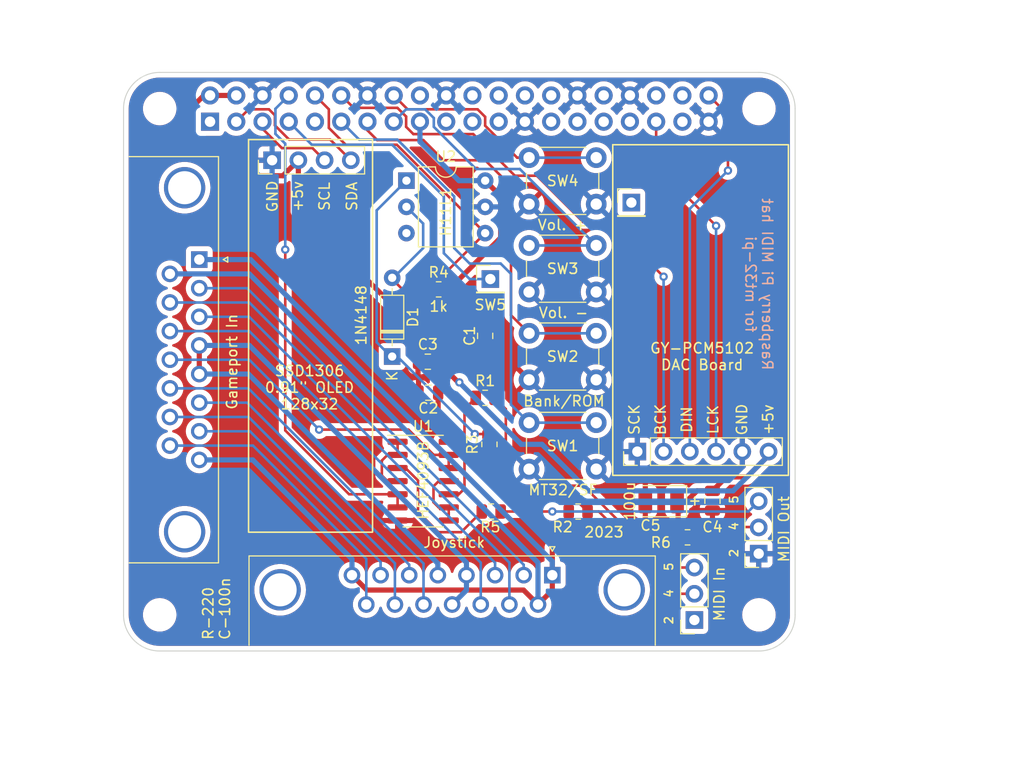
<source format=kicad_pcb>
(kicad_pcb (version 20221018) (generator pcbnew)
  (layers (0 "F.Cu" signal) (31 "B.Cu" signal) (34 "B.Paste" user) (35 "F.Paste" user) (36 "B.SilkS" user "B.Silkscreen") (37 "F.SilkS" user "F.Silkscreen") (38 "B.Mask" user) (39 "F.Mask" user) (44 "Edge.Cuts" user))
  (net 0 "")
  (net 1 "+3.3V")
  (net 2 "GND")
  (net 3 "+5V")
  (net 4 "Net-(D1-K)")
  (net 5 "Net-(D1-A)")
  (net 6 "+5 volts")
  (net 7 "Joystick A, Button 1")
  (net 8 "Joystick A, X Axis")
  (net 9 "Joystick A, Y Axis")
  (net 10 "Joystick A, Button 2")
  (net 11 "Joystick B, Button 1")
  (net 12 "Joystick B, X Axis")
  (net 13 "MIDI TxD (Transmit)")
  (net 14 "Joystick B, Y Axis")
  (net 15 "Joystick B, Button 2")
  (net 16 "I2C_SDA")
  (net 17 "I2C_SCL")
  (net 18 "TX_TTL")
  (net 19 "Button_1")
  (net 20 "I2S_BCLK")
  (net 21 "Button_2")
  (net 22 "Button_3")
  (net 23 "Button_4")
  (net 24 "I2S_LRCLK")
  (net 25 "I2S_DATA")
  (net 27 "Net-(R1-Pad1)")
  (net 29 "Net-(R5-Pad2)")
  (net 30 "Net-(U1-Pad1)")
  (net 31 "Net-(U1-Pad11)")
  (net 32 "MIDI RxD (Receive)")
  (net 49 "Net-(J3-GPIO15{slash}RXD)")
  (net 50 "Button_5")
  (net 51 "Net-(J4-Pin_2)")
  (net 52 "Net-(J5-Pin_2)")
  (net 53 "Net-(J5-Pin_3)")
  (net 57 "Ground")
  (footprint "Capacitor_SMD:C_0805_2012Metric" (layer "F.Cu") (at 170 69.5 -90)
    (fp_text reference "C1" (at 0 1.5 90) (layer "F.SilkS"))
    (fp_text value "100n")
    (pad "1" smd roundrect (at -0.95 0 270) (size 1 1.45) (layers "F.Cu" "F.Paste" "F.Mask") (net 1 "+3.3V"))
    (pad "2" smd roundrect (at 0.95 0 270) (size 1 1.45) (layers "F.Cu" "F.Paste" "F.Mask") (net 2 "GND"))
  )
  (footprint "Connector_Dsub:DSUB-15_Female_Horizontal_P2.77x2.84mm_EdgePinOffset7.70mm_Housed_MountingHolesOffset9.12mm" (layer "F.Cu") (at 176.5 92.66)
    (fp_text reference "J2" hide)
    (fp_text value "DA15_Female")
    (pad "0" thru_hole circle (at -26.345 1.42) (size 4 4) (drill 3.2) (layers "*.Cu" "*.Mask"))
    (pad "0" thru_hole circle (at 6.955 1.42) (size 4 4) (drill 3.2) (layers "*.Cu" "*.Mask"))
    (pad "1" thru_hole rect (at 0 0) (size 1.6 1.6) (drill 1) (layers "*.Cu" "*.Mask") (net 6 "+5 volts"))
    (pad "2" thru_hole circle (at -2.77 0) (size 1.6 1.6) (drill 1) (layers "*.Cu" "*.Mask") (net 7 "Joystick A, Button 1"))
    (pad "3" thru_hole circle (at -5.54 0) (size 1.6 1.6) (drill 1) (layers "*.Cu" "*.Mask") (net 8 "Joystick A, X Axis"))
    (pad "4" thru_hole circle (at -8.31 0) (size 1.6 1.6) (drill 1) (layers "*.Cu" "*.Mask") (net 57 "Ground"))
    (pad "5" thru_hole circle (at -11.08 0) (size 1.6 1.6) (drill 1) (layers "*.Cu" "*.Mask") (net 57 "Ground"))
    (pad "6" thru_hole circle (at -13.85 0) (size 1.6 1.6) (drill 1) (layers "*.Cu" "*.Mask") (net 9 "Joystick A, Y Axis"))
    (pad "7" thru_hole circle (at -16.62 0) (size 1.6 1.6) (drill 1) (layers "*.Cu" "*.Mask") (net 10 "Joystick A, Button 2"))
    (pad "8" thru_hole circle (at -19.39 0) (size 1.6 1.6) (drill 1) (layers "*.Cu" "*.Mask") (net 6 "+5 volts"))
    (pad "9" thru_hole circle (at -1.385 2.84) (size 1.6 1.6) (drill 1) (layers "*.Cu" "*.Mask") (net 6 "+5 volts"))
    (pad "10" thru_hole circle (at -4.155 2.84) (size 1.6 1.6) (drill 1) (layers "*.Cu" "*.Mask") (net 11 "Joystick B, Button 1"))
    (pad "11" thru_hole circle (at -6.925 2.84) (size 1.6 1.6) (drill 1) (layers "*.Cu" "*.Mask") (net 12 "Joystick B, X Axis"))
    (pad "12" thru_hole circle (at -9.695 2.84) (size 1.6 1.6) (drill 1) (layers "*.Cu" "*.Mask") (net 57 "Ground"))
    (pad "13" thru_hole circle (at -12.465 2.84) (size 1.6 1.6) (drill 1) (layers "*.Cu" "*.Mask") (net 14 "Joystick B, Y Axis"))
    (pad "14" thru_hole circle (at -15.235 2.84) (size 1.6 1.6) (drill 1) (layers "*.Cu" "*.Mask") (net 15 "Joystick B, Button 2"))
    (pad "15" thru_hole circle (at -18.005 2.84) (size 1.6 1.6) (drill 1) (layers "*.Cu" "*.Mask") (net 32 "MIDI RxD (Receive)"))
  )
  (footprint "Button_Switch_THT:SW_PUSH_6mm" (layer "F.Cu") (at 174.25 52.25)
    (fp_text reference "SW4" hide)
    (fp_text value "SW_Push" hide)
    (pad "1" thru_hole circle (at 0 0 90) (size 2 2) (drill 1.1) (layers "*.Cu" "*.Mask") (net 23 "Button_4"))
    (pad "1" thru_hole circle (at 6.5 0 90) (size 2 2) (drill 1.1) (layers "*.Cu" "*.Mask") (net 23 "Button_4"))
    (pad "2" thru_hole circle (at 0 4.5 90) (size 2 2) (drill 1.1) (layers "*.Cu" "*.Mask") (net 2 "GND"))
    (pad "2" thru_hole circle (at 6.5 4.5 90) (size 2 2) (drill 1.1) (layers "*.Cu" "*.Mask") (net 2 "GND"))
  )
  (footprint "Package_SO:SOIC-14_3.9x8.7mm_P1.27mm" (layer "F.Cu") (at 164 83.56)
    (fp_text reference "U1" (at 0 -5.31) (layer "F.SilkS"))
    (fp_text value "HEF4093B" (at 0 -0.09 90) (layer "F.SilkS"))
    (pad "1" smd roundrect (at -2.475 -3.81) (size 1.95 0.6) (layers "F.Cu" "F.Paste" "F.Mask") (net 30 "Net-(U1-Pad1)"))
    (pad "2" smd roundrect (at -2.475 -2.54) (size 1.95 0.6) (layers "F.Cu" "F.Paste" "F.Mask") (net 30 "Net-(U1-Pad1)"))
    (pad "3" smd roundrect (at -2.475 -1.27) (size 1.95 0.6) (layers "F.Cu" "F.Paste" "F.Mask") (net 29 "Net-(R5-Pad2)"))
    (pad "4" smd roundrect (at -2.475 0) (size 1.95 0.6) (layers "F.Cu" "F.Paste" "F.Mask") (net 30 "Net-(U1-Pad1)"))
    (pad "5" smd roundrect (at -2.475 1.27) (size 1.95 0.6) (layers "F.Cu" "F.Paste" "F.Mask") (net 18 "TX_TTL"))
    (pad "6" smd roundrect (at -2.475 2.54) (size 1.95 0.6) (layers "F.Cu" "F.Paste" "F.Mask") (net 18 "TX_TTL"))
    (pad "7" smd roundrect (at -2.475 3.81) (size 1.95 0.6) (layers "F.Cu" "F.Paste" "F.Mask") (net 2 "GND"))
    (pad "8" smd roundrect (at 2.475 3.81) (size 1.95 0.6) (layers "F.Cu" "F.Paste" "F.Mask") (net 31 "Net-(U1-Pad11)"))
    (pad "9" smd roundrect (at 2.475 2.54) (size 1.95 0.6) (layers "F.Cu" "F.Paste" "F.Mask") (net 31 "Net-(U1-Pad11)"))
    (pad "10" smd roundrect (at 2.475 1.27) (size 1.95 0.6) (layers "F.Cu" "F.Paste" "F.Mask") (net 27 "Net-(R1-Pad1)"))
    (pad "11" smd roundrect (at 2.475 0) (size 1.95 0.6) (layers "F.Cu" "F.Paste" "F.Mask") (net 31 "Net-(U1-Pad11)"))
    (pad "12" smd roundrect (at 2.475 -1.27) (size 1.95 0.6) (layers "F.Cu" "F.Paste" "F.Mask") (net 13 "MIDI TxD (Transmit)"))
    (pad "13" smd roundrect (at 2.475 -2.54) (size 1.95 0.6) (layers "F.Cu" "F.Paste" "F.Mask") (net 13 "MIDI TxD (Transmit)"))
    (pad "14" smd roundrect (at 2.475 -3.81) (size 1.95 0.6) (layers "F.Cu" "F.Paste" "F.Mask") (net 3 "+5V"))
  )
  (footprint "Button_Switch_THT:SW_PUSH_6mm" (layer "F.Cu") (at 174.25 77.9)
    (fp_text reference "SW1" hide)
    (fp_text value "SW_Push" hide)
    (pad "1" thru_hole circle (at 0 0 90) (size 2 2) (drill 1.1) (layers "*.Cu" "*.Mask") (net 19 "Button_1"))
    (pad "1" thru_hole circle (at 6.5 0 90) (size 2 2) (drill 1.1) (layers "*.Cu" "*.Mask") (net 19 "Button_1"))
    (pad "2" thru_hole circle (at 0 4.5 90) (size 2 2) (drill 1.1) (layers "*.Cu" "*.Mask") (net 2 "GND"))
    (pad "2" thru_hole circle (at 6.5 4.5 90) (size 2 2) (drill 1.1) (layers "*.Cu" "*.Mask") (net 2 "GND"))
  )
  (footprint "RasberryPi:raspberrypi_2_3" (layer "F.Cu") (at 167.5 47.5)
    (fp_text reference "J3")
    (fp_text value "Raspberry_Pi_2_3")
    (pad "" np_thru_hole circle (at -29 0) (size 2.75 2.75) (drill 2.75) (layers "F&B.Cu" "*.Mask" "Dwgs.User"))
    (pad "" np_thru_hole circle (at -29 49) (size 2.75 2.75) (drill 2.75) (layers "F&B.Cu" "*.Mask" "Dwgs.User"))
    (pad "" np_thru_hole circle (at 29 0) (size 2.75 2.75) (drill 2.75) (layers "F&B.Cu" "*.Mask" "Dwgs.User"))
    (pad "" np_thru_hole circle (at 29 49) (size 2.75 2.75) (drill 2.75) (layers "F&B.Cu" "*.Mask" "Dwgs.User"))
    (pad "1" thru_hole rect (at -24.13 1.27) (size 1.75 1.75) (drill 1.016) (layers "*.Cu" "*.Mask"))
    (pad "2" thru_hole circle (at -24.13 -1.27) (size 1.75 1.75) (drill 1.016) (layers "*.Cu" "*.Mask") (net 3 "+5V"))
    (pad "3" thru_hole circle (at -21.59 1.27) (size 1.75 1.75) (drill 1.016) (layers "*.Cu" "*.Mask") (net 16 "I2C_SDA"))
    (pad "4" thru_hole circle (at -21.59 -1.27) (size 1.75 1.75) (drill 1.016) (layers "*.Cu" "*.Mask") (net 3 "+5V"))
    (pad "5" thru_hole circle (at -19.05 1.27) (size 1.75 1.75) (drill 1.016) (layers "*.Cu" "*.Mask") (net 17 "I2C_SCL"))
    (pad "6" thru_hole circle (at -19.05 -1.27) (size 1.75 1.75) (drill 1.016) (layers "*.Cu" "*.Mask") (net 2 "GND"))
    (pad "7" thru_hole circle (at -16.51 1.27) (size 1.75 1.75) (drill 1.016) (layers "*.Cu" "*.Mask") (net 50 "Button_5"))
    (pad "8" thru_hole circle (at -16.51 -1.27) (size 1.75 1.75) (drill 1.016) (layers "*.Cu" "*.Mask") (net 18 "TX_TTL"))
    (pad "9" thru_hole circle (at -13.97 1.27) (size 1.75 1.75) (drill 1.016) (layers "*.Cu" "*.Mask"))
    (pad "10" thru_hole circle (at -13.97 -1.27) (size 1.75 1.75) (drill 1.016) (layers "*.Cu" "*.Mask") (net 49 "Net-(J3-GPIO15{slash}RXD)"))
    (pad "11" thru_hole circle (at -11.43 1.27) (size 1.75 1.75) (drill 1.016) (layers "*.Cu" "*.Mask") (net 19 "Button_1"))
    (pad "12" thru_hole circle (at -11.43 -1.27) (size 1.75 1.75) (drill 1.016) (layers "*.Cu" "*.Mask") (net 20 "I2S_BCLK"))
    (pad "13" thru_hole circle (at -8.89 1.27) (size 1.75 1.75) (drill 1.016) (layers "*.Cu" "*.Mask") (net 21 "Button_2"))
    (pad "14" thru_hole circle (at -8.89 -1.27) (size 1.75 1.75) (drill 1.016) (layers "*.Cu" "*.Mask") (net 2 "GND"))
    (pad "15" thru_hole circle (at -6.35 1.27) (size 1.75 1.75) (drill 1.016) (layers "*.Cu" "*.Mask") (net 22 "Button_3"))
    (pad "16" thru_hole circle (at -6.35 -1.27) (size 1.75 1.75) (drill 1.016) (layers "*.Cu" "*.Mask") (net 23 "Button_4"))
    (pad "17" thru_hole circle (at -3.81 1.27) (size 1.75 1.75) (drill 1.016) (layers "*.Cu" "*.Mask") (net 1 "+3.3V"))
    (pad "18" thru_hole circle (at -3.81 -1.27) (size 1.75 1.75) (drill 1.016) (layers "*.Cu" "*.Mask"))
    (pad "19" thru_hole circle (at -1.27 1.27) (size 1.75 1.75) (drill 1.016) (layers "*.Cu" "*.Mask"))
    (pad "20" thru_hole circle (at -1.27 -1.27) (size 1.75 1.75) (drill 1.016) (layers "*.Cu" "*.Mask") (net 2 "GND"))
    (pad "21" thru_hole circle (at 1.27 1.27) (size 1.75 1.75) (drill 1.016) (layers "*.Cu" "*.Mask"))
    (pad "22" thru_hole circle (at 1.27 -1.27) (size 1.75 1.75) (drill 1.016) (layers "*.Cu" "*.Mask"))
    (pad "23" thru_hole circle (at 3.81 1.27) (size 1.75 1.75) (drill 1.016) (layers "*.Cu" "*.Mask"))
    (pad "24" thru_hole circle (at 3.81 -1.27) (size 1.75 1.75) (drill 1.016) (layers "*.Cu" "*.Mask"))
    (pad "25" thru_hole circle (at 6.35 1.27) (size 1.75 1.75) (drill 1.016) (layers "*.Cu" "*.Mask") (net 2 "GND"))
    (pad "26" thru_hole circle (at 6.35 -1.27) (size 1.75 1.75) (drill 1.016) (layers "*.Cu" "*.Mask"))
    (pad "27" thru_hole circle (at 8.89 1.27) (size 1.75 1.75) (drill 1.016) (layers "*.Cu" "*.Mask"))
    (pad "28" thru_hole circle (at 8.89 -1.27) (size 1.75 1.75) (drill 1.016) (layers "*.Cu" "*.Mask"))
    (pad "29" thru_hole circle (at 11.43 1.27) (size 1.75 1.75) (drill 1.016) (layers "*.Cu" "*.Mask"))
    (pad "30" thru_hole circle (at 11.43 -1.27) (size 1.75 1.75) (drill 1.016) (layers "*.Cu" "*.Mask") (net 2 "GND"))
    (pad "31" thru_hole circle (at 13.97 1.27) (size 1.75 1.75) (drill 1.016) (layers "*.Cu" "*.Mask"))
    (pad "32" thru_hole circle (at 13.97 -1.27) (size 1.75 1.75) (drill 1.016) (layers "*.Cu" "*.Mask"))
    (pad "33" thru_hole circle (at 16.51 1.27) (size 1.75 1.75) (drill 1.016) (layers "*.Cu" "*.Mask"))
    (pad "34" thru_hole circle (at 16.51 -1.27) (size 1.75 1.75) (drill 1.016) (layers "*.Cu" "*.Mask") (net 2 "GND"))
    (pad "35" thru_hole circle (at 19.05 1.27) (size 1.75 1.75) (drill 1.016) (layers "*.Cu" "*.Mask") (net 24 "I2S_LRCLK"))
    (pad "36" thru_hole circle (at 19.05 -1.27) (size 1.75 1.75) (drill 1.016) (layers "*.Cu" "*.Mask"))
    (pad "37" thru_hole circle (at 21.59 1.27) (size 1.75 1.75) (drill 1.016) (layers "*.Cu" "*.Mask"))
    (pad "38" thru_hole circle (at 21.59 -1.27) (size 1.75 1.75) (drill 1.016) (layers "*.Cu" "*.Mask"))
    (pad "39" thru_hole circle (at 24.13 1.27) (size 1.75 1.75) (drill 1.016) (layers "*.Cu" "*.Mask") (net 2 "GND"))
    (pad "40" thru_hole circle (at 24.13 -1.27) (size 1.75 1.75) (drill 1.016) (layers "*.Cu" "*.Mask") (net 25 "I2S_DATA"))
  )
  (footprint "Resistor_SMD:R_0805_2012Metric" (layer "F.Cu") (at 170.5875 86.5 180)
    (fp_text reference "R5" (at 0.0875 -1.5) (layer "F.SilkS"))
    (fp_text value "220")
    (pad "1" smd roundrect (at -0.9125 0 180) (size 1.025 1.4) (layers "F.Cu" "F.Paste" "F.Mask") (roundrect_rratio 0.243902439) (net 53 "Net-(J5-Pin_3)"))
    (pad "2" smd roundrect (at 0.9125 0 180) (size 1.025 1.4) (layers "F.Cu" "F.Paste" "F.Mask") (roundrect_rratio 0.243902439) (net 29 "Net-(R5-Pad2)"))
  )
  (footprint "Resistor_SMD:R_0805_2012Metric" (layer "F.Cu") (at 189.5875 89 180)
    (fp_text reference "R6" (at 2.5875 -0.5 180) (layer "F.SilkS"))
    (fp_text value "220")
    (pad "1" smd roundrect (at -0.9125 0 180) (size 1.025 1.4) (layers "F.Cu" "F.Paste" "F.Mask") (roundrect_rratio 0.243902439) (net 52 "Net-(J5-Pin_2)"))
    (pad "2" smd roundrect (at 0.9125 0 180) (size 1.025 1.4) (layers "F.Cu" "F.Paste" "F.Mask") (roundrect_rratio 0.243902439) (net 3 "+5V"))
  )
  (footprint "Connector_PinSocket_2.54mm:PinSocket_1x03_P2.54mm_Vertical" (layer "F.Cu") (at 190.25 97 180)
    (fp_text reference "J4" hide)
    (fp_text value "In Pi/Out PC" hide)
    (pad "1" thru_hole rect (at 0 0 180) (size 1.7 1.7) (drill 1) (layers "*.Cu" "*.Mask"))
    (pad "2" thru_hole oval (at 0 2.54 180) (size 1.7 1.7) (drill 1) (layers "*.Cu" "*.Mask") (net 51 "Net-(J4-Pin_2)"))
    (pad "3" thru_hole oval (at 0 5.08 180) (size 1.7 1.7) (drill 1) (layers "*.Cu" "*.Mask") (net 5 "Net-(D1-A)"))
  )
  (footprint "Button_Switch_THT:SW_PUSH_6mm" (layer "F.Cu") (at 174.25 60.75)
    (fp_text reference "SW3" hide)
    (fp_text value "SW_Push" hide)
    (pad "1" thru_hole circle (at 0 0 90) (size 2 2) (drill 1.1) (layers "*.Cu" "*.Mask") (net 22 "Button_3"))
    (pad "1" thru_hole circle (at 6.5 0 90) (size 2 2) (drill 1.1) (layers "*.Cu" "*.Mask") (net 22 "Button_3"))
    (pad "2" thru_hole circle (at 0 4.5 90) (size 2 2) (drill 1.1) (layers "*.Cu" "*.Mask") (net 2 "GND"))
    (pad "2" thru_hole circle (at 6.5 4.5 90) (size 2 2) (drill 1.1) (layers "*.Cu" "*.Mask") (net 2 "GND"))
  )
  (footprint "Connector_PinHeader_2.54mm:PinHeader_1x04_P2.54mm_Vertical" (layer "F.Cu") (at 149.38 52.5 90)
    (fp_text reference "J6" hide)
    (fp_text value "SSD1306 Header" hide)
    (pad "1" thru_hole rect (at 0 0 90) (size 1.7 1.7) (drill 1) (layers "*.Cu" "*.Mask") (net 2 "GND"))
    (pad "2" thru_hole oval (at 0 2.54 90) (size 1.7 1.7) (drill 1) (layers "*.Cu" "*.Mask") (net 3 "+5V"))
    (pad "3" thru_hole oval (at 0 5.08 90) (size 1.7 1.7) (drill 1) (layers "*.Cu" "*.Mask") (net 17 "I2C_SCL"))
    (pad "4" thru_hole oval (at 0 7.62 90) (size 1.7 1.7) (drill 1) (layers "*.Cu" "*.Mask") (net 16 "I2C_SDA"))
  )
  (footprint "Capacitor_SMD:C_0805_2012Metric" (layer "F.Cu") (at 192 85.45 90)
    (fp_text reference "C4" (at -2.55 0 180) (layer "F.SilkS"))
    (fp_text value "100n")
    (pad "1" smd roundrect (at -0.95 0 90) (size 1 1.45) (layers "F.Cu" "F.Paste" "F.Mask") (net 2 "GND"))
    (pad "2" smd roundrect (at 0.95 0 90) (size 1 1.45) (layers "F.Cu" "F.Paste" "F.Mask") (net 3 "+5V"))
  )
  (footprint "Connector_PinHeader_2.54mm:PinHeader_1x06_P2.54mm_Vertical" (layer "F.Cu") (at 184.73 80.7 90)
    (fp_text reference "J7" hide)
    (fp_text value "GY-PCM5102")
    (pad "1" thru_hole rect (at 0 0 90) (size 1.7 1.7) (drill 1) (layers "*.Cu" "*.Mask") (net 2 "GND"))
    (pad "2" thru_hole oval (at 0 2.54 90) (size 1.7 1.7) (drill 1) (layers "*.Cu" "*.Mask") (net 20 "I2S_BCLK"))
    (pad "3" thru_hole oval (at 0 5.08 90) (size 1.7 1.7) (drill 1) (layers "*.Cu" "*.Mask") (net 25 "I2S_DATA"))
    (pad "4" thru_hole oval (at 0 7.62 90) (size 1.7 1.7) (drill 1) (layers "*.Cu" "*.Mask") (net 24 "I2S_LRCLK"))
    (pad "5" thru_hole oval (at 0 10.16 90) (size 1.7 1.7) (drill 1) (layers "*.Cu" "*.Mask") (net 2 "GND"))
    (pad "6" thru_hole oval (at 0 12.7 90) (size 1.7 1.7) (drill 1) (layers "*.Cu" "*.Mask") (net 3 "+5V"))
  )
  (footprint "Package_DIP:DIP-6_W7.62mm" (layer "F.Cu") (at 162.38 54.475)
    (fp_text reference "U2" (at 3.81 -2.33) (layer "F.SilkS"))
    (fp_text value "H11L1" (at 3.81 3.025 90) (layer "F.SilkS"))
    (pad "1" thru_hole rect (at 0 0) (size 1.6 1.6) (drill 0.8) (layers "*.Cu" "*.Mask") (net 4 "Net-(D1-K)"))
    (pad "2" thru_hole oval (at 0 2.54) (size 1.6 1.6) (drill 0.8) (layers "*.Cu" "*.Mask") (net 5 "Net-(D1-A)"))
    (pad "3" thru_hole oval (at 0 5.08) (size 1.6 1.6) (drill 0.8) (layers "*.Cu" "*.Mask"))
    (pad "4" thru_hole oval (at 7.62 5.08) (size 1.6 1.6) (drill 0.8) (layers "*.Cu" "*.Mask") (net 49 "Net-(J3-GPIO15{slash}RXD)"))
    (pad "5" thru_hole oval (at 7.62 2.54) (size 1.6 1.6) (drill 0.8) (layers "*.Cu" "*.Mask") (net 2 "GND"))
    (pad "6" thru_hole oval (at 7.62 0) (size 1.6 1.6) (drill 0.8) (layers "*.Cu" "*.Mask") (net 1 "+3.3V"))
  )
  (footprint "Connector_PinHeader_2.54mm:PinHeader_1x01_P2.54mm_Vertical" (layer "F.Cu") (at 184.15 56.6)
    (fp_text reference "J8")
    (fp_text value "POST")
    (pad "1" thru_hole rect (at 0 0) (size 1.7 1.7) (drill 1) (layers "*.Cu" "*.Mask"))
  )
  (footprint "Button_Switch_THT:SW_PUSH_6mm" (layer "F.Cu") (at 174.25 69.25)
    (fp_text reference "SW2" hide)
    (fp_text value "SW_Push" hide)
    (pad "1" thru_hole circle (at 0 0 90) (size 2 2) (drill 1.1) (layers "*.Cu" "*.Mask") (net 21 "Button_2"))
    (pad "1" thru_hole circle (at 6.5 0 90) (size 2 2) (drill 1.1) (layers "*.Cu" "*.Mask") (net 21 "Button_2"))
    (pad "2" thru_hole circle (at 0 4.5 90) (size 2 2) (drill 1.1) (layers "*.Cu" "*.Mask") (net 2 "GND"))
    (pad "2" thru_hole circle (at 6.5 4.5 90) (size 2 2) (drill 1.1) (layers "*.Cu" "*.Mask") (net 2 "GND"))
  )
  (footprint "Connector_PinSocket_2.54mm:PinSocket_1x03_P2.54mm_Vertical" (layer "F.Cu") (at 196.475 90.58 180)
    (fp_text reference "J5" hide)
    (fp_text value "Midi Out Pi" hide)
    (pad "1" thru_hole rect (at 0 0 180) (size 1.7 1.7) (drill 1) (layers "*.Cu" "*.Mask") (net 2 "GND"))
    (pad "2" thru_hole oval (at 0 2.54 180) (size 1.7 1.7) (drill 1) (layers "*.Cu" "*.Mask") (net 52 "Net-(J5-Pin_2)"))
    (pad "3" thru_hole oval (at 0 5.08 180) (size 1.7 1.7) (drill 1) (layers "*.Cu" "*.Mask") (net 53 "Net-(J5-Pin_3)"))
  )
  (footprint "Connector_PinHeader_2.54mm:PinHeader_1x01_P2.54mm_Vertical" (layer "F.Cu") (at 170.5 64)
    (fp_text reference "J9" hide)
    (fp_text value "Button 5")
    (pad "1" thru_hole rect (at 0 0) (size 1.7 1.7) (drill 1) (layers "*.Cu" "*.Mask") (net 50 "Button_5"))
  )
  (footprint "Resistor_SMD:R_0805_2012Metric" (layer "F.Cu") (at 179 86.5)
    (fp_text reference "R2" (at -1.5 1.5) (layer "F.SilkS"))
    (fp_text value "220")
    (pad "1" smd roundrect (at -0.9125 0) (size 1.025 1.4) (layers "F.Cu" "F.Paste" "F.Mask") (roundrect_rratio 0.243902439) (net 6 "+5 volts"))
    (pad "2" smd roundrect (at 0.9125 0) (size 1.025 1.4) (layers "F.Cu" "F.Paste" "F.Mask") (roundrect_rratio 0.243902439) (net 51 "Net-(J4-Pin_2)"))
  )
  (footprint "Resistor_SMD:R_0805_2012Metric" (layer "F.Cu") (at 165.5 65)
    (fp_text reference "R4" (at 0 -1.65) (layer "F.SilkS"))
    (fp_text value "1k" (at 0 1.65) (layer "F.SilkS"))
    (pad "1" smd roundrect (at -0.9125 0) (size 1.025 1.4) (layers "F.Cu" "F.Paste" "F.Mask") (roundrect_rratio 0.243902439) (net 49 "Net-(J3-GPIO15{slash}RXD)"))
    (pad "2" smd roundrect (at 0.9125 0) (size 1.025 1.4) (layers "F.Cu" "F.Paste" "F.Mask") (roundrect_rratio 0.243902439) (net 1 "+3.3V"))
  )
  (footprint "Capacitor_SMD:C_0805_2012Metric" (layer "F.Cu") (at 164.5 75 180)
    (fp_text reference "C2" (at 0 -1.5) (layer "F.SilkS"))
    (fp_text value "100n")
    (pad "1" smd roundrect (at -0.95 0 180) (size 1 1.45) (layers "F.Cu" "F.Paste" "F.Mask") (net 3 "+5V"))
    (pad "2" smd roundrect (at 0.95 0 180) (size 1 1.45) (layers "F.Cu" "F.Paste" "F.Mask") (net 2 "GND"))
  )
  (footprint "Capacitor_Tantalum_SMD:CP_EIA-3528-21_Kemet-B" (layer "F.Cu") (at 187.0375 85.5 180)
    (fp_text reference "C5" (at 1.0375 -2.35) (layer "F.SilkS"))
    (fp_text value "100u" (at 3.0375 0 90) (layer "F.SilkS"))
    (pad "1" smd roundrect (at -1.5375 0 180) (size 1.325 2.35) (layers "F.Cu" "F.Paste" "F.Mask") (roundrect_rratio 0.1886792453) (net 3 "+5V"))
    (pad "2" smd roundrect (at 1.5375 0 180) (size 1.325 2.35) (layers "F.Cu" "F.Paste" "F.Mask") (roundrect_rratio 0.1886792453) (net 2 "GND"))
  )
  (footprint "Capacitor_SMD:C_0805_2012Metric" (layer "F.Cu") (at 164.45 72)
    (fp_text reference "C3" (at 0 -1.68) (layer "F.SilkS"))
    (fp_text value "100n")
    (pad "1" smd roundrect (at -0.95 0) (size 1 1.45) (layers "F.Cu" "F.Paste" "F.Mask") (net 2 "GND"))
    (pad "2" smd roundrect (at 0.95 0) (size 1 1.45) (layers "F.Cu" "F.Paste" "F.Mask") (net 3 "+5V"))
  )
  (footprint "Connector_Dsub:DSUB-15_Male_Horizontal_P2.77x2.84mm_EdgePinOffset7.70mm_Housed_MountingHolesOffset9.12mm" (layer "F.Cu") (at 142.330331 62.115 -90)
    (fp_text reference "J1" hide)
    (fp_text value "DA15_Male")
    (pad "0" thru_hole circle (at -6.955 1.42 270) (size 4 4) (drill 3.2) (layers "*.Cu" "*.Mask"))
    (pad "0" thru_hole circle (at 26.345 1.42 270) (size 4 4) (drill 3.2) (layers "*.Cu" "*.Mask"))
    (pad "1" thru_hole rect (at 0 0 270) (size 1.6 1.6) (drill 1) (layers "*.Cu" "*.Mask") (net 6 "+5 volts"))
    (pad "2" thru_hole circle (at 2.77 0 270) (size 1.6 1.6) (drill 1) (layers "*.Cu" "*.Mask") (net 7 "Joystick A, Button 1"))
    (pad "3" thru_hole circle (at 5.54 0 270) (size 1.6 1.6) (drill 1) (layers "*.Cu" "*.Mask") (net 8 "Joystick A, X Axis"))
    (pad "4" thru_hole circle (at 8.31 0 270) (size 1.6 1.6) (drill 1) (layers "*.Cu" "*.Mask") (net 57 "Ground"))
    (pad "5" thru_hole circle (at 11.08 0 270) (size 1.6 1.6) (drill 1) (layers "*.Cu" "*.Mask") (net 57 "Ground"))
    (pad "6" thru_hole circle (at 13.85 0 270) (size 1.6 1.6) (drill 1) (layers "*.Cu" "*.Mask") (net 9 "Joystick A, Y Axis"))
    (pad "7" thru_hole circle (at 16.62 0 270) (size 1.6 1.6) (drill 1) (layers "*.Cu" "*.Mask") (net 10 "Joystick A, Button 2"))
    (pad "8" thru_hole circle (at 19.39 0 270) (size 1.6 1.6) (drill 1) (layers "*.Cu" "*.Mask") (net 6 "+5 volts"))
    (pad "9" thru_hole circle (at 1.385 2.84 270) (size 1.6 1.6) (drill 1) (layers "*.Cu" "*.Mask") (net 6 "+5 volts"))
    (pad "10" thru_hole circle (at 4.155 2.84 270) (size 1.6 1.6) (drill 1) (layers "*.Cu" "*.Mask") (net 11 "Joystick B, Button 1"))
    (pad "11" thru_hole circle (at 6.925 2.84 270) (size 1.6 1.6) (drill 1) (layers "*.Cu" "*.Mask") (net 12 "Joystick B, X Axis"))
    (pad "12" thru_hole circle (at 9.695 2.84 270) (size 1.6 1.6) (drill 1) (layers "*.Cu" "*.Mask") (net 13 "MIDI TxD (Transmit)"))
    (pad "13" thru_hole circle (at 12.465 2.84 270) (size 1.6 1.6) (drill 1) (layers "*.Cu" "*.Mask") (net 14 "Joystick B, Y Axis"))
    (pad "14" thru_hole circle (at 15.235 2.84 270) (size 1.6 1.6) (drill 1) (layers "*.Cu" "*.Mask") (net 15 "Joystick B, Button 2"))
    (pad "15" thru_hole circle (at 18.005 2.84 270) (size 1.6 1.6) (drill 1) (layers "*.Cu" "*.Mask") (net 32 "MIDI RxD (Receive)"))
  )
  (footprint "Resistor_SMD:R_0805_2012Metric" (layer "F.Cu") (at 170 75.5)
    (fp_text reference "R1" (at 0 -1.65) (layer "F.SilkS"))
    (fp_text value "220")
    (pad "1" smd roundrect (at -0.9125 0) (size 1.025 1.4) (layers "F.Cu" "F.Paste" "F.Mask") (roundrect_rratio 0.243902439) (net 27 "Net-(R1-Pad1)"))
    (pad "2" smd roundrect (at 0.9125 0) (size 1.025 1.4) (layers "F.Cu" "F.Paste" "F.Mask") (roundrect_rratio 0.243902439) (net 5 "Net-(D1-A)"))
  )
  (footprint "Resistor_SMD:R_0805_2012Metric" (layer "F.Cu") (at 170.4125 80 90)
    (fp_text reference "R3" (at 0 -1.65 90) (layer "F.SilkS"))
    (fp_text value "220")
    (pad "1" smd roundrect (at -0.9125 0 90) (size 1.025 1.4) (layers "F.Cu" "F.Paste" "F.Mask") (roundrect_rratio 0.243902439) (net 51 "Net-(J4-Pin_2)"))
    (pad "2" smd roundrect (at 0.9125 0 90) (size 1.025 1.4) (layers "F.Cu" "F.Paste" "F.Mask") (roundrect_rratio 0.243902439) (net 4 "Net-(D1-K)"))
  )
  (footprint "Diode_THT:D_DO-35_SOD27_P7.62mm_Horizontal" (layer "F.Cu") (at 161 71.5 90)
    (fp_text reference "D1" (at 3.81 2 90) (layer "F.SilkS"))
    (fp_text value "1N4148" (at 4 -3 90) (layer "F.SilkS"))
    (fp_text user "K" (at -1.88 0 90) (layer "F.SilkS"))
    (pad "1" thru_hole rect (at 0 0 90) (size 1.6 1.6) (drill 0.8) (layers "*.Cu" "*.Mask") (net 4 "Net-(D1-K)"))
    (pad "2" thru_hole oval (at 7.62 0 90) (size 1.6 1.6) (drill 0.8) (layers "*.Cu" "*.Mask") (net 5 "Net-(D1-A)"))
  )
  (gr_rect (start 182.35 51) (end 199.35 83) (stroke (width 0.15)) (fill none) (layer "F.SilkS"))
  (gr_rect (start 147.1 50.5) (end 159.1 88.5) (stroke (width 0.15)) (fill none) (layer "F.SilkS"))
  (gr_arc (start 200 96.5) (mid 198.974874 98.974874) (end 196.5 100) (stroke (width 0.1)) (layer "Edge.Cuts"))
  (gr_arc (start 138.5 100) (mid 136.025126 98.974874) (end 135 96.5) (stroke (width 0.1)) (layer "Edge.Cuts"))
  (gr_arc (start 196.5 44) (mid 198.974874 45.025126) (end 200 47.5) (stroke (width 0.1)) (layer "Edge.Cuts"))
  (gr_line (start 200 47.5) (end 200 96.5) (stroke (width 0.1)) (layer "Edge.Cuts"))
  (gr_line (start 138.5 44) (end 196.5 44) (stroke (width 0.1)) (layer "Edge.Cuts"))
  (gr_line (start 135 96.5) (end 135 47.5) (stroke (width 0.1)) (layer "Edge.Cuts"))
  (gr_arc (start 135 47.5) (mid 136.025126 45.025126) (end 138.5 44) (stroke (width 0.1)) (layer "Edge.Cuts"))
  (gr_line (start 196.5 100) (end 138.5 100) (stroke (width 0.1)) (layer "Edge.Cuts"))
  (gr_text "Raspberry Pi MIDI hat\nfor mt32-pi" (at 196.5 64.5 270) (layer "B.SilkS") (effects (font (size 1 1)) (justify mirror)))
  (gr_text "MIDI Out" (at 199.5 91.5 90) (layer "F.SilkS") (effects (font (size 1 1)) (justify left bottom)))
  (gr_text "2   4   5" (at 188.25 97.5 90) (layer "F.SilkS") (effects (font (size 0.8 0.8)) (justify left bottom)))
  (gr_text "Vol. +" (at 175 59.35) (layer "F.SilkS") (effects (font (size 1 1)) (justify left bottom)))
  (gr_text "R-220\nC-100n" (at 144 99 90) (layer "F.SilkS") (effects (font (size 1 1)) (justify left)))
  (gr_text "GND" (at 194.85 77.6 90) (layer "F.SilkS") (effects (font (size 1 1))))
  (gr_text "BCK" (at 186.976 77.6 90) (layer "F.SilkS") (effects (font (size 1 1))))
  (gr_text "GY-PCM5102\nDAC Board" (at 191 71.5) (layer "F.SilkS") (effects (font (size 1 1))))
  (gr_text "MT32/SF" (at 174.1 85) (layer "F.SilkS") (effects (font (size 1 1)) (justify left bottom)))
  (gr_text "SW5" (at 170.5 66.5) (layer "F.SilkS") (effects (font (size 1 1))))
  (gr_text "SSD1306\n0.91{dblquote} OLED\n128x32" (at 153 74.5) (layer "F.SilkS") (effects (font (size 1 1))))
  (gr_text "GND" (at 149.4 56 90) (layer "F.SilkS") (effects (font (size 1 1))))
  (gr_text "LCK" (at 192.056 77.6 90) (layer "F.SilkS") (effects (font (size 1 1))))
  (gr_text "SW1" (at 177.5 80.15) (layer "F.SilkS") (effects (font (size 1 1))))
  (gr_text "SCL" (at 154.45 56 90) (layer "F.SilkS") (effects (font (size 1 1))))
  (gr_text "2023" (at 181.5 88.5) (layer "F.SilkS") (effects (font (size 1 1))))
  (gr_text "DIN" (at 189.516 77.6 90) (layer "F.SilkS") (effects (font (size 1 1))))
  (gr_text "+5v" (at 151.85 56 90) (layer "F.SilkS") (effects (font (size 1 1))))
  (gr_text "MIDI In" (at 193.25 97.2 90) (layer "F.SilkS") (effects (font (size 1 1)) (justify left bottom)))
  (gr_text "SCK" (at 184.436 77.6 90) (layer "F.SilkS") (effects (font (size 1 1))))
  (gr_text "Vol. -" (at 175.1 67.85) (layer "F.SilkS") (effects (font (size 1 1)) (justify left bottom)))
  (gr_text "+5v" (at 197.39 77.6 90) (layer "F.SilkS") (effects (font (size 1 1))))
  (gr_text "SW3" (at 177.5 63) (layer "F.SilkS") (effects (font (size 1 1))))
  (gr_text "2   4   5" (at 194.55 91 90) (layer "F.SilkS") (effects (font (size 0.8 0.8)) (justify left bottom)))
  (gr_text "SDA" (at 157.1 56 90) (layer "F.SilkS") (effects (font (size 1 1))))
  (gr_text "+" (at 189.575 86) (layer "F.SilkS") (effects (font (size 1 1)) (justify left bottom)))
  (gr_text "Joystick" (at 167 89.5) (layer "F.SilkS") (effects (font (size 1 1))))
  (gr_text "SW4" (at 177.5 54.5) (layer "F.SilkS") (effects (font (size 1 1))))
  (gr_text "Bank/ROM" (at 173.6 76.4) (layer "F.SilkS") (effects (font (size 1 1)) (justify left bottom)))
  (gr_text "Gameport In" (at 145.5 72 90) (layer "F.SilkS") (effects (font (size 1 1))))
  (gr_text "SW2" (at 177.5 71.5) (layer "F.SilkS") (effects (font (size 1 1))))
  (segment (start 169.55 68.55) (end 170 68.55) (width 0.5) (layer "F.Cu") (net 1))
  (segment (start 171.5 60) (end 171.5 55.975) (width 0.5) (layer "F.Cu") (net 1))
  (segment (start 171.5 55.975) (end 170 54.475) (width 0.5) (layer "F.Cu") (net 1))
  (segment (start 166.4125 65.4125) (end 169.55 68.55) (width 0.5) (layer "F.Cu") (net 1))
  (segment (start 166.5 65) (end 171.5 60) (width 0.5) (layer "F.Cu") (net 1))
  (segment (start 166.4125 65) (end 166.5 65) (width 0.5) (layer "F.Cu") (net 1))
  (segment (start 166.4125 65) (end 166.4125 65.4125) (width 0.5) (layer "F.Cu") (net 1))
  (segment (start 163.69 48.77) (end 163.69 50.705) (width 0.5) (layer "B.Cu") (net 1))
  (segment (start 167.46 54.475) (end 170 54.475) (width 0.5) (layer "B.Cu") (net 1))
  (segment (start 163.69 50.705) (end 167.46 54.475) (width 0.5) (layer "B.Cu") (net 1))
  (segment (start 165.4 72) (end 165.4 74.95) (width 0.5) (layer "F.Cu") (net 3))
  (segment (start 151.92 57.42) (end 151.92 52.5) (width 0.5) (layer "F.Cu") (net 3))
  (segment (start 165.4 74.95) (end 165.45 75) (width 0.5) (layer "F.Cu") (net 3))
  (segment (start 141.5 47.5) (end 142.77 46.23) (width 0.5) (layer "F.Cu") (net 3))
  (segment (start 167.4 74) (end 167.5 74) (width 0.5) (layer "F.Cu") (net 3))
  (segment (start 145.5 54) (end 141.5 50) (width 0.5) (layer "F.Cu") (net 3))
  (segment (start 150.42 54) (end 145.5 54) (width 0.5) (layer "F.Cu") (net 3))
  (segment (start 195.35 83.15) (end 197.43 81.07) (width 0.5) (layer "F.Cu") (net 3))
  (segment (start 165.4 70.9) (end 151.92 57.42) (width 0.5) (layer "F.Cu") (net 3))
  (segment (start 188.675 89) (end 188.675 85.6) (width 0.5) (layer "F.Cu") (net 3))
  (segment (start 189.5 85.5) (end 190.5 84.5) (width 0.5) (layer "F.Cu") (net 3))
  (segment (start 165.4 72) (end 165.4 70.9) (width 0.5) (layer "F.Cu") (net 3))
  (segment (start 142.77 46.23) (end 143.37 46.23) (width 0.5) (layer "F.Cu") (net 3))
  (segment (start 151.92 52.5) (end 150.42 54) (width 0.5) (layer "F.Cu") (net 3))
  (segment (start 188.675 85.6) (end 188.575 85.5) (width 0.5) (layer "F.Cu") (net 3))
  (segment (start 152 52.58) (end 151.92 52.5) (width 0.5) (layer "F.Cu") (net 3))
  (segment (start 141.5 50) (end 141.5 47.5) (width 0.5) (layer "F.Cu") (net 3))
  (segment (start 143.37 46.23) (end 145.91 46.23) (width 0.5) (layer "F.Cu") (net 3))
  (segment (start 165.45 75) (end 165.45 77.0875) (width 0.5) (layer "F.Cu") (net 3))
  (segment (start 193.35 83.15) (end 195.35 83.15) (width 0.5) (layer "F.Cu") (net 3))
  (segment (start 166.475 78.1125) (end 166.475 79.75) (width 0.5) (layer "F.Cu") (net 3))
  (segment (start 192 84.5) (end 193.35 83.15) (width 0.5) (layer "F.Cu") (net 3))
  (segment (start 165.45 77.0875) (end 166.475 78.1125) (width 0.5) (layer "F.Cu") (net 3))
  (segment (start 190.5 84.5) (end 192 84.5) (width 0.5) (layer "F.Cu") (net 3))
  (segment (start 188.575 85.5) (end 189.5 85.5) (width 0.5) (layer "F.Cu") (net 3))
  (segment (start 197.43 81.07) (end 197.43 80.7) (width 0.5) (layer "F.Cu") (net 3))
  (segment (start 165.4 72) (end 167.4 74) (width 0.5) (layer "F.Cu") (net 3))
  (via (at 167.5 74) (size 0.8) (drill 0.4) (layers "F.Cu" "B.Cu") (net 3))
  (segment (start 173.5 80) (end 175.5 80) (width 0.5) (layer "B.Cu") (net 3))
  (segment (start 180 84.5) (end 194 84.5) (width 0.5) (layer "B.Cu") (net 3))
  (segment (start 197.58 80.92) (end 197.58 80.7) (width 0.5) (layer "B.Cu") (net 3))
  (segment (start 167.5 74) (end 173.5 80) (width 0.5) (layer "B.Cu") (net 3))
  (segment (start 175.5 80) (end 180 84.5) (width 0.5) (layer "B.Cu") (net 3))
  (segment (start 194 84.5) (end 197.58 80.92) (width 0.5) (layer "B.Cu") (net 3))
  (segment (start 169 79) (end 170.325 79) (width 0.25) (layer "F.Cu") (net 4))
  (segment (start 170.325 79) (end 170.4125 79.0875) (width 0.25) (layer "F.Cu") (net 4))
  (via (at 169 79) (size 0.8) (drill 0.4) (layers "F.Cu" "B.Cu") (net 4))
  (segment (start 161.62 71.62) (end 161 71.62) (width 0.25) (layer "B.Cu") (net 4))
  (segment (start 159.5 70.12) (end 159.5 57.355) (width 0.25) (layer "B.Cu") (net 4))
  (segment (start 169 79) (end 161.62 71.62) (width 0.25) (layer "B.Cu") (net 4))
  (segment (start 161 71.62) (end 159.5 70.12) (width 0.25) (layer "B.Cu") (net 4))
  (segment (start 159.5 57.355) (end 162.38 54.475) (width 0.25) (layer "B.Cu") (net 4))
  (segment (start 187.42 91.92) (end 179.5 84) (width 0.25) (layer "F.Cu") (net 5))
  (segment (start 179.5 84) (end 173.488083 84) (width 0.25) (layer "F.Cu") (net 5))
  (segment (start 170.9125 75.5) (end 170.9125 73.9125) (width 0.25) (layer "F.Cu") (net 5))
  (segment (start 190.25 91.92) (end 187.42 91.92) (width 0.25) (layer "F.Cu") (net 5))
  (segment (start 170.9125 73.9125) (end 161 64) (width 0.25) (layer "F.Cu") (net 5))
  (segment (start 172 76.5875) (end 170.9125 75.5) (width 0.25) (layer "F.Cu") (net 5))
  (segment (start 172 82.511917) (end 172 76.5875) (width 0.25) (layer "F.Cu") (net 5))
  (segment (start 173.488083 84) (end 172 82.511917) (width 0.25) (layer "F.Cu") (net 5))
  (segment (start 162.38 57.015) (end 164 58.635) (width 0.25) (layer "B.Cu") (net 5))
  (segment (start 161 64) (end 164 61) (width 0.25) (layer "B.Cu") (net 5))
  (segment (start 164 58.635) (end 164 61) (width 0.25) (layer "B.Cu") (net 5))
  (segment (start 176.5 90) (end 178.0875 88.4125) (width 0.5) (layer "F.Cu") (net 6))
  (segment (start 175.115 95.5) (end 173.715 94.1) (width 0.5) (layer "F.Cu") (net 6))
  (segment (start 178.0875 88.4125) (end 178.0875 86.5) (width 0.5) (layer "F.Cu") (net 6))
  (segment (start 176.5 92.66) (end 176.5 90) (width 0.5) (layer "F.Cu") (net 6))
  (segment (start 173.715 94.1) (end 158.55 94.1) (width 0.5) (layer "F.Cu") (net 6))
  (segment (start 176.5 94.115) (end 175.115 95.5) (width 0.5) (layer "F.Cu") (net 6))
  (segment (start 176.5 92.66) (end 176.5 94.115) (width 0.5) (layer "F.Cu") (net 6))
  (segment (start 158.55 94.1) (end 157.11 92.66) (width 0.5) (layer "F.Cu") (net 6))
  (segment (start 176.5 91.3275) (end 176.5 92.66) (width 0.5) (layer "B.Cu") (net 6))
  (segment (start 147.165991 63.5) (end 139.490331 63.5) (width 0.5) (layer "B.Cu") (net 6))
  (segment (start 175.115 95.5) (end 175.115 91.449009) (width 0.5) (layer "B.Cu") (net 6))
  (segment (start 142.330331 81.505) (end 147.505 81.505) (width 0.5) (layer "B.Cu") (net 6))
  (segment (start 142.330331 62.115) (end 147.2875 62.115) (width 0.5) (layer "B.Cu") (net 6))
  (segment (start 147.2875 62.115) (end 176.5 91.3275) (width 0.5) (layer "B.Cu") (net 6))
  (segment (start 147.505 81.505) (end 157.11 91.11) (width 0.5) (layer "B.Cu") (net 6))
  (segment (start 157.11 91.11) (end 157.11 92.66) (width 0.5) (layer "B.Cu") (net 6))
  (segment (start 175.115 91.449009) (end 147.165991 63.5) (width 0.5) (layer "B.Cu") (net 6))
  (segment (start 142.330331 64.885) (end 146.96 64.885) (width 0.25) (layer "B.Cu") (net 7))
  (segment (start 146.96 64.885) (end 173.73 91.655) (width 0.25) (layer "B.Cu") (net 7))
  (segment (start 173.73 91.655) (end 173.73 92.66) (width 0.25) (layer "B.Cu") (net 7))
  (segment (start 147.155 67.655) (end 170.96 91.46) (width 0.25) (layer "B.Cu") (net 8))
  (segment (start 170.96 91.46) (end 170.96 92.66) (width 0.25) (layer "B.Cu") (net 8))
  (segment (start 142.330331 67.655) (end 147.155 67.655) (width 0.25) (layer "B.Cu") (net 8))
  (segment (start 146.965 75.965) (end 142.330331 75.965) (width 0.25) (layer "B.Cu") (net 9))
  (segment (start 162.65 92.66) (end 162.65 91.65) (width 0.25) (layer "B.Cu") (net 9))
  (segment (start 162.65 91.65) (end 146.965 75.965) (width 0.25) (layer "B.Cu") (net 9))
  (segment (start 159.88 91.38) (end 147.235 78.735) (width 0.25) (layer "B.Cu") (net 10))
  (segment (start 147.235 78.735) (end 142.330331 78.735) (width 0.25) (layer "B.Cu") (net 10))
  (segment (start 159.88 92.66) (end 159.88 91.38) (width 0.25) (layer "B.Cu") (net 10))
  (segment (start 147.165991 66.27) (end 139.490331 66.27) (width 0.25) (layer "B.Cu") (net 11))
  (segment (start 172.345 91.449009) (end 147.165991 66.27) (width 0.25) (layer "B.Cu") (net 11))
  (segment (start 172.345 95.5) (end 172.345 91.449009) (width 0.25) (layer "B.Cu") (net 11))
  (segment (start 169.575 95.5) (end 169.575 91.449009) (width 0.25) (layer "B.Cu") (net 12))
  (segment (start 169.575 91.449009) (end 147.165991 69.04) (width 0.25) (layer "B.Cu") (net 12))
  (segment (start 147.165991 69.04) (end 139.490331 69.04) (width 0.25) (layer "B.Cu") (net 12))
  (segment (start 153.927995 78.572005) (end 162.572005 78.572005) (width 0.25) (layer "F.Cu") (net 13))
  (segment (start 165.02 81.02) (end 166.475 81.02) (width 0.25) (layer "F.Cu") (net 13))
  (segment (start 166.475 82.29) (end 166.475 81.02) (width 0.25) (layer "F.Cu") (net 13))
  (segment (start 162.572005 78.572005) (end 165.02 81.02) (width 0.25) (layer "F.Cu") (net 13))
  (via (at 153.927995 78.572005) (size 0.8) (drill 0.4) (layers "F.Cu" "B.Cu") (net 13))
  (segment (start 147.165991 71.81) (end 139.490331 71.81) (width 0.25) (layer "B.Cu") (net 13))
  (segment (start 153.927995 78.572005) (end 147.165991 71.81) (width 0.25) (layer "B.Cu") (net 13))
  (segment (start 147.08 74.58) (end 139.490331 74.58) (width 0.25) (layer "B.Cu") (net 14))
  (segment (start 164.035 95.5) (end 164.035 91.535) (width 0.25) (layer "B.Cu") (net 14))
  (segment (start 164.035 91.535) (end 147.08 74.58) (width 0.25) (layer "B.Cu") (net 14))
  (segment (start 147.1 77.35) (end 139.490331 77.35) (width 0.25) (layer "B.Cu") (net 15))
  (segment (start 161.265 95.5) (end 161.265 91.515) (width 0.25) (layer "B.Cu") (net 15))
  (segment (start 161.265 91.515) (end 147.1 77.35) (width 0.25) (layer "B.Cu") (net 15))
  (segment (start 157 52.5) (end 155 50.5) (width 0.25) (layer "F.Cu") (net 16))
  (segment (start 149.65 48.15) (end 149.07 47.57) (width 0.25) (layer "F.Cu") (net 16))
  (segment (start 149.65 49.127057) (end 149.65 48.15) (width 0.25) (layer "F.Cu") (net 16))
  (segment (start 151.022943 50.5) (end 149.65 49.127057) (width 0.25) (layer "F.Cu") (net 16))
  (segment (start 155 50.5) (end 151.022943 50.5) (width 0.25) (layer "F.Cu") (net 16))
  (segment (start 149.07 47.57) (end 147.11 47.57) (width 0.25) (layer "F.Cu") (net 16))
  (segment (start 147.11 47.57) (end 145.91 48.77) (width 0.25) (layer "F.Cu") (net 16))
  (segment (start 148.45 49.45) (end 148.45 48.77) (width 0.25) (layer "F.Cu") (net 17))
  (segment (start 150.325 51.325) (end 148.45 49.45) (width 0.25) (layer "F.Cu") (net 17))
  (segment (start 153.285 51.325) (end 150.325 51.325) (width 0.25) (layer "F.Cu") (net 17))
  (segment (start 154.46 52.5) (end 153.285 51.325) (width 0.25) (layer "F.Cu") (net 17))
  (segment (start 150.65 78.65) (end 156.83 84.83) (width 0.25) (layer "F.Cu") (net 18))
  (segment (start 161.525 84.83) (end 161.525 86.1) (width 0.25) (layer "F.Cu") (net 18))
  (segment (start 156.83 84.83) (end 161.525 84.83) (width 0.25) (layer "F.Cu") (net 18))
  (segment (start 150.65 61.15) (end 150.65 78.65) (width 0.25) (layer "F.Cu") (net 18))
  (via (at 150.65 61.15) (size 0.8) (drill 0.4) (layers "F.Cu" "B.Cu") (net 18))
  (segment (start 149.7 47.52) (end 150.99 46.23) (width 0.25) (layer "B.Cu") (net 18))
  (segment (start 149.7 49.95) (end 149.7 47.52) (width 0.25) (layer "B.Cu") (net 18))
  (segment (start 150.65 50.9) (end 149.7 49.95) (width 0.25) (layer "B.Cu") (net 18))
  (segment (start 150.65 61.15) (end 150.65 50.9) (width 0.25) (layer "B.Cu") (net 18))
  (segment (start 172.5 63.5) (end 172.5 76.15) (width 0.25) (layer "B.Cu") (net 19))
  (segment (start 167 61) (end 168.5 62.5) (width 0.25) (layer "B.Cu") (net 19))
  (segment (start 161.5 50.5) (end 167 56) (width 0.25) (layer "B.Cu") (net 19))
  (segment (start 171.5 62.5) (end 172.5 63.5) (width 0.25) (layer "B.Cu") (net 19))
  (segment (start 167 56) (end 167 61) (width 0.25) (layer "B.Cu") (net 19))
  (segment (start 156.07 48.77) (end 157.8 50.5) (width 0.25) (layer "B.Cu") (net 19))
  (segment (start 174.25 77.9) (end 180.75 77.9) (width 0.25) (layer "B.Cu") (net 19))
  (segment (start 157.8 50.5) (end 161.5 50.5) (width 0.25) (layer "B.Cu") (net 19))
  (segment (start 172.5 76.15) (end 174.25 77.9) (width 0.25) (layer "B.Cu") (net 19))
  (segment (start 168.5 62.5) (end 171.5 62.5) (width 0.25) (layer "B.Cu") (net 19))
  (segment (start 179.5 58.5) (end 175 54) (width 0.25) (layer "F.Cu") (net 20))
  (segment (start 187.27 63.77) (end 182 58.5) (width 0.25) (layer "F.Cu") (net 20))
  (segment (start 172.875 54) (end 168.845 49.97) (width 0.25) (layer "F.Cu") (net 20))
  (segment (start 162.35 49.267057) (end 162.35 48.272943) (width 0.25) (layer "F.Cu") (net 20))
  (segment (start 162.35 48.272943) (end 161.507057 47.43) (width 0.25) (layer "F.Cu") (net 20))
  (segment (start 157.27 47.43) (end 156.07 46.23) (width 0.25) (layer "F.Cu") (net 20))
  (segment (start 168.845 49.97) (end 163.052943 49.97) (width 0.25) (layer "F.Cu") (net 20))
  (segment (start 182 58.5) (end 179.5 58.5) (width 0.25) (layer "F.Cu") (net 20))
  (segment (start 175 54) (end 172.875 54) (width 0.25) (layer "F.Cu") (net 20))
  (segment (start 163.052943 49.97) (end 162.35 49.267057) (width 0.25) (layer "F.Cu") (net 20))
  (segment (start 161.507057 47.43) (end 157.27 47.43) (width 0.25) (layer "F.Cu") (net 20))
  (via (at 187.27 63.77) (size 0.8) (drill 0.4) (layers "F.Cu" "B.Cu") (net 20))
  (segment (start 187.27 63.77) (end 187.27 80.7) (width 0.25) (layer "B.Cu") (net 20))
  (segment (start 172.5 55) (end 172.5 67.5) (width 0.25) (layer "F.Cu") (net 21))
  (segment (start 170 52.5) (end 172.5 55) (width 0.25) (layer "F.Cu") (net 21))
  (segment (start 172.5 67.5) (end 174.25 69.25) (width 0.25) (layer "F.Cu") (net 21))
  (segment (start 164.017004 50.55) (end 165.967004 52.5) (width 0.25) (layer "F.Cu") (net 21))
  (segment (start 158.61 48.77) (end 158.61 49.61) (width 0.25) (layer "F.Cu") (net 21))
  (segment (start 158.61 49.61) (end 159.55 50.55) (width 0.25) (layer "F.Cu") (net 21))
  (segment (start 159.55 50.55) (end 164.017004 50.55) (width 0.25) (layer "F.Cu") (net 21))
  (segment (start 165.967004 52.5) (end 170 52.5) (width 0.25) (layer "F.Cu") (net 21))
  (segment (start 174.25 69.25) (end 180.75 69.25) (width 0.25) (layer "B.Cu") (net 21))
  (segment (start 173.35 53.35) (end 180.75 60.75) (width 0.25) (layer "B.Cu") (net 22))
  (segment (start 165.03 49.267057) (end 169.112943 53.35) (width 0.25) (layer "B.Cu") (net 22))
  (segment (start 162.35 47.57) (end 164.187057 47.57) (width 0.25) (layer "B.Cu") (net 22))
  (segment (start 164.187057 47.57) (end 165.03 48.412943) (width 0.25) (layer "B.Cu") (net 22))
  (segment (start 169.112943 53.35) (end 173.35 53.35) (width 0.25) (layer "B.Cu") (net 22))
  (segment (start 161.15 48.77) (end 162.35 47.57) (width 0.25) (layer "B.Cu") (net 22))
  (segment (start 165.03 48.412943) (end 165.03 49.267057) (width 0.25) (layer "B.Cu") (net 22))
  (segment (start 174.25 60.75) (end 180.75 60.75) (width 0.25) (layer "B.Cu") (net 22))
  (segment (start 173.092943 52.25) (end 174.25 52.25) (width 0.25) (layer "F.Cu") (net 23))
  (segment (start 162.49 47.57) (end 169.267057 47.57) (width 0.25) (layer "F.Cu") (net 23))
  (segment (start 161.15 46.23) (end 162.49 47.57) (width 0.25) (layer "F.Cu") (net 23))
  (segment (start 170 48.302943) (end 170 49.157057) (width 0.25) (layer "F.Cu") (net 23))
  (segment (start 169.267057 47.57) (end 170 48.302943) (width 0.25) (layer "F.Cu") (net 23))
  (segment (start 170 49.157057) (end 173.092943 52.25) (width 0.25) (layer "F.Cu") (net 23))
  (segment (start 174.25 52.25) (end 180.75 52.25) (width 0.25) (layer "B.Cu") (net 23))
  (segment (start 186.55 53.05) (end 186.55 48.77) (width 0.25) (layer "F.Cu") (net 24))
  (segment (start 192.35 58.85) (end 186.55 53.05) (width 0.25) (layer "F.Cu") (net 24))
  (via (at 192.35 58.85) (size 0.8) (drill 0.4) (layers "F.Cu" "B.Cu") (net 24))
  (segment (start 192.35 58.85) (end 192.35 80.7) (width 0.25) (layer "B.Cu") (net 24))
  (segment (start 193.5 53.5) (end 193.5 48.1) (width 0.25) (layer "F.Cu") (net 25))
  (segment (start 193.5 48.1) (end 191.63 46.23) (width 0.25) (layer "F.Cu") (net 25))
  (via (at 193.5 53.5) (size 0.8) (drill 0.4) (layers "F.Cu" "B.Cu") (net 25))
  (segment (start 189.81 57.19) (end 193.5 53.5) (width 0.25) (layer "B.Cu") (net 25))
  (segment (start 189.81 80.7) (end 189.81 57.19) (width 0.25) (layer "B.Cu") (net 25))
  (segment (start 168 76.5875) (end 169.0875 75.5) (width 0.25) (layer "F.Cu") (net 27))
  (segment (start 167.449999 84.83) (end 168 84.279999) (width 0.25) (layer "F.Cu") (net 27))
  (segment (start 166.475 84.83) (end 167.449999 84.83) (width 0.25) (layer "F.Cu") (net 27))
  (segment (start 168 84.279999) (end 168 76.5875) (width 0.25) (layer "F.Cu") (net 27))
  (segment (start 163.5 83.5) (end 162.29 82.29) (width 0.25) (layer "F.Cu") (net 29))
  (segment (start 163.5 86.522954) (end 163.5 83.5) (width 0.25) (layer "F.Cu") (net 29))
  (segment (start 165.477046 88.5) (end 163.5 86.522954) (width 0.25) (layer "F.Cu") (net 29))
  (segment (start 162.29 82.29) (end 161.525 82.29) (width 0.25) (layer "F.Cu") (net 29))
  (segment (start 169.675 86.5) (end 167.675 88.5) (width 0.25) (layer "F.Cu") (net 29))
  (segment (start 167.675 88.5) (end 165.477046 88.5) (width 0.25) (layer "F.Cu") (net 29))
  (segment (start 161.525 79.75) (end 161.525 81.02) (width 0.25) (layer "F.Cu") (net 30))
  (segment (start 160.550001 83.56) (end 161.525 83.56) (width 0.25) (layer "F.Cu") (net 30))
  (segment (start 160 81.570001) (end 160 83.009999) (width 0.25) (layer "F.Cu") (net 30))
  (segment (start 160.550001 81.02) (end 160 81.570001) (width 0.25) (layer "F.Cu") (net 30))
  (segment (start 161.525 81.02) (end 160.550001 81.02) (width 0.25) (layer "F.Cu") (net 30))
  (segment (start 160 83.009999) (end 160.550001 83.56) (width 0.25) (layer "F.Cu") (net 30))
  (segment (start 165.500001 83.56) (end 165 84.060001) (width 0.25) (layer "F.Cu") (net 31))
  (segment (start 166.475 83.56) (end 165.500001 83.56) (width 0.25) (layer "F.Cu") (net 31))
  (segment (start 165.500001 86.1) (end 166.475 86.1) (width 0.25) (layer "F.Cu") (net 31))
  (segment (start 166.475 87.37) (end 166.475 86.1) (width 0.25) (layer "F.Cu") (net 31))
  (segment (start 165 85.599999) (end 165.500001 86.1) (width 0.25) (layer "F.Cu") (net 31))
  (segment (start 165 84.060001) (end 165 85.599999) (width 0.25) (layer "F.Cu") (net 31))
  (segment (start 147.526586 80.12) (end 158.495 91.088414) (width 0.25) (layer "B.Cu") (net 32))
  (segment (start 158.495 91.088414) (end 158.495 95.5) (width 0.25) (layer "B.Cu") (net 32))
  (segment (start 139.490331 80.12) (end 147.526586 80.12) (width 0.25) (layer "B.Cu") (net 32))
  (segment (start 164.5875 65) (end 164.5875 64.9675) (width 0.25) (layer "F.Cu") (net 49))
  (segment (start 153.53 46.23) (end 154.87 47.57) (width 0.25) (layer "F.Cu") (net 49))
  (segment (start 164.5875 64.9675) (end 170 59.555) (width 0.25) (layer "F.Cu") (net 49))
  (segment (start 154.87 47.57) (end 154.87 49.37) (width 0.25) (layer "F.Cu") (net 49))
  (segment (start 156.5 51) (end 161.445 51) (width 0.25) (layer "F.Cu") (net 49))
  (segment (start 154.87 49.37) (end 156.5 51) (width 0.25) (layer "F.Cu") (net 49))
  (segment (start 161.445 51) (end 170 59.555) (width 0.25) (layer "F.Cu") (net 49))
  (segment (start 166 61.5) (end 166 56.000001) (width 0.25) (layer "B.Cu") (net 50))
  (segment (start 166 56.000001) (end 160.999999 51) (width 0.25) (layer "B.Cu") (net 50))
  (segment (start 160.999999 51) (end 153.22 51) (width 0.25) (layer "B.Cu") (net 50))
  (segment (start 168.5 64) (end 166 61.5) (width 0.25) (layer "B.Cu") (net 50))
  (segment (start 170.5 64) (end 168.5 64) (width 0.25) (layer "B.Cu") (net 50))
  (segment (start 153.22 51) (end 150.99 48.77) (width 0.25) (layer "B.Cu") (net 50))
  (segment (start 178.4125 85) (end 179.9125 86.5) (width 0.25) (layer "F.Cu") (net 51))
  (segment (start 188.96 94.46) (end 190.25 94.46) (width 0.25) (layer "F.Cu") (net 51))
  (segment (start 173 85) (end 178.4125 85) (width 0.25) (layer "F.Cu") (net 51))
  (segment (start 179.9125 86.5) (end 181 86.5) (width 0.25) (layer "F.Cu") (net 51))
  (segment (start 181 86.5) (end 188.96 94.46) (width 0.25) (layer "F.Cu") (net 51))
  (segment (start 170.4125 80.9125) (end 170.4125 82.4125) (width 0.25) (layer "F.Cu") (net 51))
  (segment (start 170.4125 82.4125) (end 173 85) (width 0.25) (layer "F.Cu") (net 51))
  (segment (start 196.435 88) (end 196.475 88.04) (width 0.25) (layer "F.Cu") (net 52))
  (segment (start 194 88) (end 196.435 88) (width 0.25) (layer "F.Cu") (net 52))
  (segment (start 190.5 89) (end 193 89) (width 0.25) (layer "F.Cu") (net 52))
  (segment (start 193 89) (end 194 88) (width 0.25) (layer "F.Cu") (net 52))
  (segment (start 171.5 86.5) (end 176.5 86.5) (width 0.25) (layer "F.Cu") (net 53))
  (via (at 176.5 86.5) (size 0.8) (drill 0.4) (layers "F.Cu" "B.Cu") (net 53))
  (segment (start 176.5 86.5) (end 195.475 86.5) (width 0.25) (layer "B.Cu") (net 53))
  (segment (start 195.475 86.5) (end 196.475 85.5) (width 0.25) (layer "B.Cu") (net 53))
  (segment (start 142.330331 73.195) (end 142.330331 70.425) (width 0.5) (layer "F.Cu") (net 57))
  (segment (start 168.19 94.115) (end 166.805 95.5) (width 0.5) (layer "B.Cu") (net 57))
  (segment (start 168.19 92.66) (end 168.19 94.115) (width 0.5) (layer "B.Cu") (net 57))
  (segment (start 147.175 70.425) (end 142.330331 70.425) (width 0.5) (layer "B.Cu") (net 57))
  (segment (start 168.19 92.66) (end 168.19 91.44) (width 0.5) (layer "B.Cu") (net 57))
  (segment (start 142.330331 73.195) (end 147.08637 73.195) (width 0.5) (layer "B.Cu") (net 57))
  (segment (start 147.08637 73.195) (end 165.42 91.52863) (width 0.5) (layer "B.Cu") (net 57))
  (segment (start 168.19 91.44) (end 147.175 70.425) (width 0.5) (layer "B.Cu") (net 57))
  (segment (start 165.42 91.52863) (end 165.42 92.66) (width 0.5) (layer "B.Cu") (net 57))
  (zone (net 2) (net_name "GND") (layer "F.Cu") (connect_pads (clearance 0.5)) (min_thickness 0.25) (fill yes (thermal_gap 0.5) (thermal_bridge_width 0.5))
    (polygon (pts (xy 134.5 43.5) (xy 200.5 43.5) (xy 200.5 100.5) (xy 134.5 100.5)))
  )
  (zone (net 2) (net_name "GND") (layer "B.Cu") (priority 1) (connect_pads (clearance 0.5)) (min_thickness 0.25) (fill yes (thermal_gap 0.5) (thermal_bridge_width 0.5))
    (polygon (pts (xy 134 43) (xy 201 43) (xy 201 101) (xy 134 101)))
  )
)
</source>
